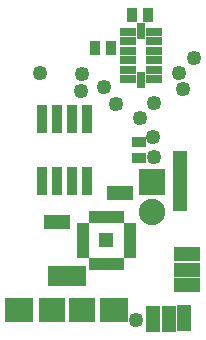
<source format=gbs>
G04 MADE WITH FRITZING*
G04 WWW.FRITZING.ORG*
G04 DOUBLE SIDED*
G04 HOLES PLATED*
G04 CONTOUR ON CENTER OF CONTOUR VECTOR*
%ASAXBY*%
%FSLAX23Y23*%
%MOIN*%
%OFA0B0*%
%SFA1.0B1.0*%
%ADD10C,0.049370*%
%ADD11C,0.088000*%
%ADD12R,0.088000X0.088000*%
%ADD13R,0.049370X0.019843*%
%ADD14R,0.057244X0.029685*%
%ADD15R,0.029685X0.057244*%
%ADD16R,0.034000X0.097000*%
%ADD17R,0.037559X0.045433*%
%ADD18R,0.025748X0.065118*%
%ADD19R,0.088740X0.084803*%
%ADD20R,0.096614X0.084803*%
%ADD21R,0.041496X0.021811*%
%ADD22R,0.021811X0.041496*%
%ADD23R,0.049370X0.049370*%
%ADD24R,0.049370X0.088740*%
%ADD25R,0.088740X0.049370*%
%ADD26R,0.045433X0.037559*%
%LNMASK0*%
G90*
G70*
G54D10*
X633Y923D03*
G54D11*
X493Y512D03*
X493Y412D03*
G54D10*
X584Y874D03*
X334Y828D03*
X596Y820D03*
X118Y875D03*
X258Y871D03*
X256Y813D03*
X374Y770D03*
X454Y726D03*
X499Y773D03*
X499Y593D03*
X440Y51D03*
X496Y661D03*
G54D12*
X493Y512D03*
G54D13*
X587Y604D03*
X587Y584D03*
X587Y564D03*
X587Y544D03*
X587Y525D03*
X587Y505D03*
X587Y485D03*
X587Y466D03*
X587Y446D03*
X587Y426D03*
G54D14*
X412Y1011D03*
X412Y980D03*
X412Y948D03*
X412Y917D03*
X412Y885D03*
X412Y854D03*
G54D15*
X455Y850D03*
G54D14*
X499Y854D03*
X499Y885D03*
X499Y917D03*
X499Y948D03*
X499Y980D03*
X499Y1011D03*
G54D15*
X455Y1015D03*
G54D16*
X125Y721D03*
X175Y721D03*
X225Y721D03*
X275Y721D03*
X275Y515D03*
X225Y515D03*
X175Y515D03*
X125Y515D03*
G54D17*
X304Y959D03*
X355Y959D03*
G54D18*
X209Y199D03*
X234Y199D03*
X260Y199D03*
X183Y199D03*
X158Y199D03*
G54D19*
X258Y86D03*
X160Y86D03*
G54D20*
X366Y86D03*
X51Y86D03*
G54D21*
X420Y366D03*
X420Y346D03*
X420Y327D03*
X420Y307D03*
X420Y287D03*
X420Y268D03*
G54D22*
X390Y238D03*
X371Y238D03*
X351Y238D03*
X331Y238D03*
X312Y238D03*
X292Y238D03*
G54D21*
X263Y268D03*
X263Y287D03*
X263Y307D03*
X263Y327D03*
X263Y346D03*
X263Y366D03*
G54D22*
X292Y396D03*
X312Y396D03*
X331Y396D03*
X351Y396D03*
X371Y396D03*
X390Y396D03*
G54D23*
X341Y317D03*
G54D24*
X497Y56D03*
G54D25*
X175Y378D03*
X385Y473D03*
X608Y219D03*
X609Y271D03*
X608Y169D03*
G54D24*
X548Y56D03*
X598Y57D03*
G54D17*
X478Y1068D03*
X427Y1068D03*
G54D26*
X449Y644D03*
X449Y592D03*
G04 End of Mask0*
M02*
</source>
